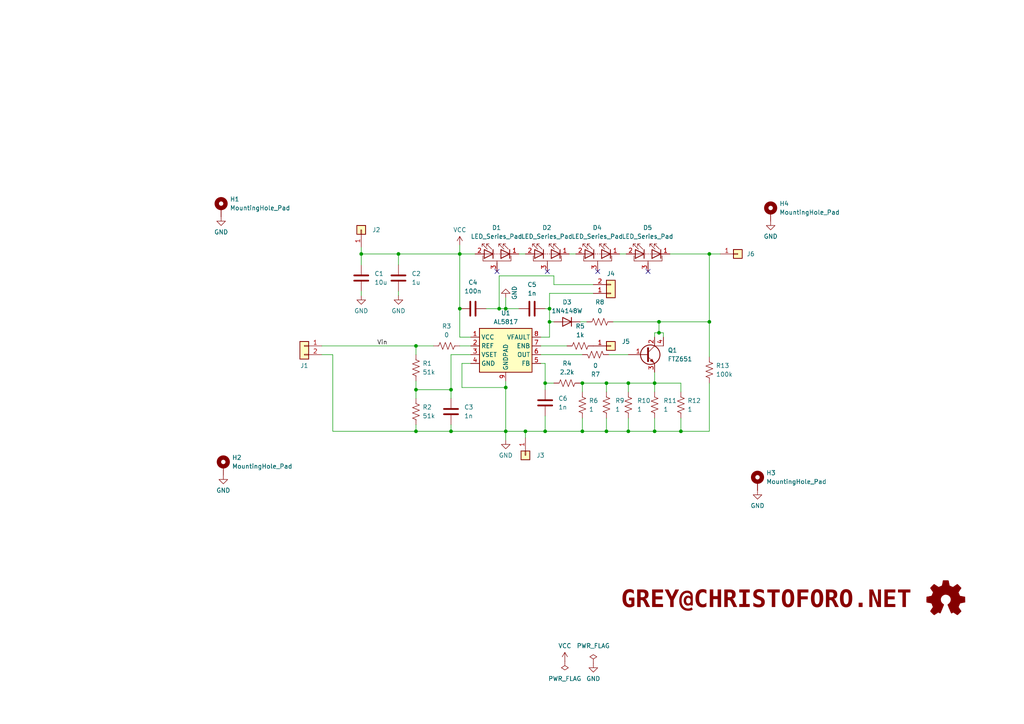
<source format=kicad_sch>
(kicad_sch (version 20230121) (generator eeschema)
  (paper "A4")
  (lib_symbols
    (symbol "Connector_Generic:Conn_01x01" (pin_names (offset 1.016) hide)
      (property "Reference" "J" (at 0 2.54 0))
      (property "Value" "Conn_01x01" (at 0 -2.54 0))
      (symbol "Conn_01x01_1_1"
        (rectangle (start -1.27 0.127) (end 0 -0.127) (stroke (width 0.1524)))
        (rectangle (start -1.27 1.27) (end 1.27 -1.27) (stroke (width 0.254)) (fill (type background)))
        (pin passive line (at -5.08 0 0) (length 3.81) (name "Pin_1") (number "1"))
      )
    )
    (symbol "Connector_Generic:Conn_01x02" (pin_names (offset 1.016) hide)
      (property "Reference" "J" (at 0 2.54 0))
      (property "Value" "Conn_01x02" (at 0 -5.08 0))
      (symbol "Conn_01x02_1_1"
        (rectangle (start -1.27 -2.413) (end 0 -2.667) (stroke (width 0.1524)))
        (rectangle (start -1.27 0.127) (end 0 -0.127) (stroke (width 0.1524)))
        (rectangle (start -1.27 1.27) (end 1.27 -3.81) (stroke (width 0.254)) (fill (type background)))
        (pin passive line (at -5.08 0 0) (length 3.81) (name "Pin_1") (number "1"))
        (pin passive line (at -5.08 -2.54 0) (length 3.81) (name "Pin_2") (number "2"))
      )
    )
    (symbol "Device:C" (pin_numbers hide) (pin_names (offset 0.254))
      (property "Reference" "C" (at 0.635 2.54 0))
      (property "Value" "C" (at 0.635 -2.54 0))
      (symbol "C_0_1"
        (polyline (pts (xy -2.032 -0.762) (xy 2.032 -0.762)) (stroke (width 0.508)))
        (polyline (pts (xy -2.032 0.762) (xy 2.032 0.762)) (stroke (width 0.508)))
      )
      (symbol "C_1_1"
        (pin passive line (at 0 3.81 270) (length 2.794) (name "~") (number "1"))
        (pin passive line (at 0 -3.81 90) (length 2.794) (name "~") (number "2"))
      )
    )
    (symbol "Device:LED_Series_Pad" (pin_names (offset 1.016) hide)
      (property "Reference" "D" (at 0 5.715 0))
      (property "Value" "LED_Series_Pad" (at 0 3.81 0))
      (symbol "LED_Series_Pad_0_1"
        (polyline (pts (xy -3.81 0) (xy -1.016 0)))
        (polyline (pts (xy -3.683 -1.27) (xy -3.683 1.27)) (stroke (width 0.254)))
        (polyline (pts (xy -0.508 0) (xy -0.762 0)))
        (polyline (pts (xy 0 -2.54) (xy 0 -2.032)))
        (polyline (pts (xy 0.127 0) (xy -0.127 0)))
        (polyline (pts (xy 0.508 0) (xy 0.762 0)))
        (polyline (pts (xy 1.016 0) (xy 3.81 0)))
        (polyline (pts (xy 1.143 -1.27) (xy 1.143 1.27)) (stroke (width 0.254)))
        (polyline (pts (xy -4.064 -0.508) (xy -4.064 -2.032) (xy 4.064 -2.032) (xy 4.064 -0.508)))
        (polyline (pts (xy -1.143 -1.27) (xy -1.143 1.27) (xy -3.683 0) (xy -1.143 -1.27)) (stroke (width 0.254)))
        (polyline (pts (xy 3.683 -1.27) (xy 3.683 1.27) (xy 1.143 0) (xy 3.683 -1.27)) (stroke (width 0.254)))
        (polyline (pts (xy -3.302 1.397) (xy -1.778 2.921) (xy -2.54 2.921) (xy -1.778 2.921) (xy -1.778 2.159)))
        (polyline (pts (xy -2.032 1.397) (xy -0.508 2.921) (xy -1.27 2.921) (xy -0.508 2.921) (xy -0.508 2.159)))
        (polyline (pts (xy 1.524 1.397) (xy 3.048 2.921) (xy 2.286 2.921) (xy 3.048 2.921) (xy 3.048 2.159)))
        (polyline (pts (xy 2.794 1.397) (xy 4.318 2.921) (xy 3.556 2.921) (xy 4.318 2.921) (xy 4.318 2.159)))
      )
      (symbol "LED_Series_Pad_1_1"
        (pin passive line (at -6.35 0 0) (length 2.54) (name "K") (number "1"))
        (pin passive line (at 6.35 0 180) (length 2.54) (name "A") (number "2"))
        (pin passive line (at 0 -5.08 90) (length 2.54) (name "PAD") (number "3"))
      )
    )
    (symbol "Device:Q_NPN_BCEC" (pin_names (offset 0) hide)
      (property "Reference" "Q" (at 5.08 1.27 0))
      (property "Value" "Q_NPN_BCEC" (at 5.08 -1.27 0))
      (symbol "Q_NPN_BCEC_0_1"
        (polyline (pts (xy 0.635 0.635) (xy 2.54 2.54)))
        (polyline (pts (xy 2.54 2.54) (xy 5.08 2.54)))
        (polyline (pts (xy 0.635 -0.635) (xy 2.54 -2.54) (xy 2.54 -2.54)))
        (polyline (pts (xy 0.635 1.905) (xy 0.635 -1.905) (xy 0.635 -1.905)) (stroke (width 0.508)))
        (polyline (pts (xy 1.27 -1.778) (xy 1.778 -1.27) (xy 2.286 -2.286) (xy 1.27 -1.778) (xy 1.27 -1.778)) (fill (type outline)))
        (circle (center 1.27 0) (radius 2.8194) (stroke (width 0.254)))
      )
      (symbol "Q_NPN_BCEC_1_1"
        (pin input line (at -5.08 0 0) (length 5.715) (name "B") (number "1"))
        (pin passive line (at 2.54 5.08 270) (length 2.54) (name "C") (number "2"))
        (pin passive line (at 2.54 -5.08 90) (length 2.54) (name "E") (number "3"))
        (pin passive line (at 5.08 5.08 270) (length 2.54) (name "C") (number "4"))
      )
    )
    (symbol "Device:R_US" (pin_numbers hide) (pin_names (offset 0))
      (property "Reference" "R" (at 2.54 0 90))
      (property "Value" "R_US" (at -2.54 0 90))
      (symbol "R_US_0_1"
        (polyline (pts (xy 0 -2.286) (xy 0 -2.54)))
        (polyline (pts (xy 0 2.286) (xy 0 2.54)))
        (polyline (pts (xy 0 -0.762) (xy 1.016 -1.143) (xy 0 -1.524) (xy -1.016 -1.905) (xy 0 -2.286)))
        (polyline (pts (xy 0 0.762) (xy 1.016 0.381) (xy 0 0) (xy -1.016 -0.381) (xy 0 -0.762)))
        (polyline (pts (xy 0 2.286) (xy 1.016 1.905) (xy 0 1.524) (xy -1.016 1.143) (xy 0 0.762)))
      )
      (symbol "R_US_1_1"
        (pin passive line (at 0 3.81 270) (length 1.27) (name "~") (number "1"))
        (pin passive line (at 0 -3.81 90) (length 1.27) (name "~") (number "2"))
      )
    )
    (symbol "Diode:1N4148W" (pin_numbers hide) (pin_names hide)
      (property "Reference" "D" (at 0 2.54 0))
      (property "Value" "1N4148W" (at 0 -2.54 0))
      (symbol "1N4148W_0_1"
        (polyline (pts (xy -1.27 1.27) (xy -1.27 -1.27)) (stroke (width 0.254)))
        (polyline (pts (xy 1.27 0) (xy -1.27 0)))
        (polyline (pts (xy 1.27 1.27) (xy 1.27 -1.27) (xy -1.27 0) (xy 1.27 1.27)) (stroke (width 0.254)))
      )
      (symbol "1N4148W_1_1"
        (pin passive line (at -3.81 0 0) (length 2.54) (name "K") (number "1"))
        (pin passive line (at 3.81 0 180) (length 2.54) (name "A") (number "2"))
      )
    )
    (symbol "Graphic:Logo_Open_Hardware_Small" (in_bom no) (on_board no)
      (symbol "Logo_Open_Hardware_Small_0_1"
        (polyline (pts (xy 3.3528 -4.3434) (xy 3.302 -4.318) (xy 3.175 -4.2418) (xy 2.9972 -4.1148) (xy 2.7686 -3.9624) (xy 2.54 -3.81) (xy 2.3622 -3.7084) (xy 2.2352 -3.6068) (xy 2.1844 -3.5814) (xy 2.159 -3.6068) (xy 2.0574 -3.6576) (xy 1.905 -3.7338) (xy 1.8034 -3.7846) (xy 1.6764 -3.8354) (xy 1.6002 -3.8354) (xy 1.6002 -3.8354) (xy 1.5494 -3.7338) (xy 1.4732 -3.5306) (xy 1.3462 -3.302) (xy 1.2446 -3.0226) (xy 1.1176 -2.7178) (xy 0.9652 -2.413) (xy 0.8636 -2.1082) (xy 0.7366 -1.8288) (xy 0.6604 -1.6256) (xy 0.6096 -1.4732) (xy 0.5842 -1.397) (xy 0.5842 -1.397) (xy 0.6604 -1.3208) (xy 0.7874 -1.2446) (xy 1.0414 -1.016) (xy 1.2954 -0.6858) (xy 1.4478 -0.3302) (xy 1.524 0.0762) (xy 1.4732 0.4572) (xy 1.3208 0.8128) (xy 1.0668 1.143) (xy 0.762 1.3716) (xy 0.4064 1.524) (xy 0 1.5748) (xy -0.381 1.5494) (xy -0.7366 1.397) (xy -1.0668 1.143) (xy -1.2192 0.9906) (xy -1.397 0.6604) (xy -1.524 0.3048) (xy -1.524 0.2286) (xy -1.4986 -0.1778) (xy -1.397 -0.5334) (xy -1.1938 -0.8636) (xy -0.9144 -1.143) (xy -0.8636 -1.1684) (xy -0.7366 -1.27) (xy -0.635 -1.3462) (xy -0.5842 -1.397) (xy -1.0668 -2.5908) (xy -1.143 -2.794) (xy -1.2954 -3.1242) (xy -1.397 -3.4036) (xy -1.4986 -3.6322) (xy -1.5748 -3.7846) (xy -1.6002 -3.8354) (xy -1.6002 -3.8354) (xy -1.651 -3.8354) (xy -1.7272 -3.81) (xy -1.905 -3.7338) (xy -2.0066 -3.683) (xy -2.1336 -3.6068) (xy -2.2098 -3.5814) (xy -2.2606 -3.6068) (xy -2.3622 -3.683) (xy -2.54 -3.81) (xy -2.7686 -3.9624) (xy -2.9718 -4.0894) (xy -3.1496 -4.2164) (xy -3.302 -4.318) (xy -3.3528 -4.3434) (xy -3.3782 -4.3434) (xy -3.429 -4.318) (xy -3.5306 -4.2164) (xy -3.7084 -4.064) (xy -3.937 -3.8354) (xy -3.9624 -3.81) (xy -4.1656 -3.6068) (xy -4.318 -3.4544) (xy -4.4196 -3.3274) (xy -4.445 -3.2766) (xy -4.445 -3.2766) (xy -4.4196 -3.2258) (xy -4.318 -3.0734) (xy -4.2164 -2.8956) (xy -4.064 -2.667) (xy -3.6576 -2.0828) (xy -3.8862 -1.5494) (xy -3.937 -1.3716) (xy -4.0386 -1.1684) (xy -4.0894 -1.0414) (xy -4.1148 -0.9652) (xy -4.191 -0.9398) (xy -4.318 -0.9144) (xy -4.5466 -0.8636) (xy -4.8006 -0.8128) (xy -5.0546 -0.7874) (xy -5.2578 -0.7366) (xy -5.4356 -0.7112) (xy -5.5118 -0.6858) (xy -5.5118 -0.6858) (xy -5.5372 -0.635) (xy -5.5372 -0.5588) (xy -5.5372 -0.4318) (xy -5.5626 -0.2286) (xy -5.5626 0.0762) (xy -5.5626 0.127) (xy -5.5372 0.4064) (xy -5.5372 0.635) (xy -5.5372 0.762) (xy -5.5372 0.8382) (xy -5.5372 0.8382) (xy -5.461 0.8382) (xy -5.3086 0.889) (xy -5.08 0.9144) (xy -4.826 0.9652) (xy -4.8006 0.9906) (xy -4.5466 1.0414) (xy -4.318 1.0668) (xy -4.1656 1.1176) (xy -4.0894 1.143) (xy -4.0894 1.143) (xy -4.0386 1.2446) (xy -3.9624 1.4224) (xy -3.8608 1.6256) (xy -3.7846 1.8288) (xy -3.7084 2.0066) (xy -3.6576 2.159) (xy -3.6322 2.2098) (xy -3.6322 2.2098) (xy -3.683 2.286) (xy -3.7592 2.413) (xy -3.8862 2.5908) (xy -4.064 2.8194) (xy -4.064 2.8448) (xy -4.2164 3.0734) (xy -4.3434 3.2512) (xy -4.4196 3.3782) (xy -4.445 3.4544) (xy -4.445 3.4544) (xy -4.3942 3.5052) (xy -4.2926 3.6322) (xy -4.1148 3.81) (xy -3.937 4.0132) (xy -3.8608 4.064) (xy -3.6576 4.2926) (xy -3.5052 4.4196) (xy -3.4036 4.4958) (xy -3.3528 4.5212) (xy -3.3528 4.5212) (xy -3.302 4.4704) (xy -3.1496 4.3688) (xy -2.9718 4.2418) (xy -2.7432 4.0894) (xy -2.7178 4.0894) (xy -2.4892 3.937) (xy -2.3114 3.81) (xy -2.1844 3.7084) (xy -2.1336 3.683) (xy -2.1082 3.683) (xy -2.032 3.7084) (xy -1.8542 3.7592) (xy -1.6764 3.8354) (xy -1.4732 3.937) (xy -1.27 4.0132) (xy -1.143 4.064) (xy -1.0668 4.1148) (xy -1.0668 4.1148) (xy -1.0414 4.191) (xy -1.016 4.3434) (xy -0.9652 4.572) (xy -0.9144 4.8514) (xy -0.889 4.9022) (xy -0.8382 5.1562) (xy -0.8128 5.3848) (xy -0.7874 5.5372) (xy -0.762 5.588) (xy -0.7112 5.6134) (xy -0.5842 5.6134) (xy -0.4064 5.6134) (xy -0.1524 5.6134) (xy 0.0762 5.6134) (xy 0.3302 5.6134) (xy 0.5334 5.6134) (xy 0.6858 5.588) (xy 0.7366 5.588) (xy 0.7366 5.588) (xy 0.762 5.5118) (xy 0.8128 5.334) (xy 0.8382 5.1054) (xy 0.9144 4.826) (xy 0.9144 4.7752) (xy 0.9652 4.5212) (xy 1.016 4.2926) (xy 1.0414 4.1402) (xy 1.0668 4.0894) (xy 1.0668 4.0894) (xy 1.1938 4.0386) (xy 1.3716 3.9624) (xy 1.5748 3.8608) (xy 2.0828 3.6576) (xy 2.7178 4.0894) (xy 2.7686 4.1402) (xy 2.9972 4.2926) (xy 3.175 4.4196) (xy 3.302 4.4958) (xy 3.3782 4.5212) (xy 3.3782 4.5212) (xy 3.429 4.4704) (xy 3.556 4.3434) (xy 3.7338 4.191) (xy 3.9116 3.9878) (xy 4.064 3.8354) (xy 4.2418 3.6576) (xy 4.3434 3.556) (xy 4.4196 3.4798) (xy 4.4196 3.429) (xy 4.4196 3.4036) (xy 4.3942 3.3274) (xy 4.2926 3.2004) (xy 4.1656 2.9972) (xy 4.0132 2.794) (xy 3.8862 2.5908) (xy 3.7592 2.3876) (xy 3.6576 2.2352) (xy 3.6322 2.159) (xy 3.6322 2.1336) (xy 3.683 2.0066) (xy 3.7592 1.8288) (xy 3.8608 1.6002) (xy 4.064 1.1176) (xy 4.3942 1.0414) (xy 4.5974 1.016) (xy 4.8768 0.9652) (xy 5.1308 0.9144) (xy 5.5372 0.8382) (xy 5.5626 -0.6604) (xy 5.4864 -0.6858) (xy 5.4356 -0.6858) (xy 5.2832 -0.7366) (xy 5.0546 -0.762) (xy 4.8006 -0.8128) (xy 4.5974 -0.8636) (xy 4.3688 -0.9144) (xy 4.2164 -0.9398) (xy 4.1402 -0.9398) (xy 4.1148 -0.9652) (xy 4.064 -1.0668) (xy 3.9878 -1.2446) (xy 3.9116 -1.4478) (xy 3.81 -1.651) (xy 3.7338 -1.8542) (xy 3.683 -2.0066) (xy 3.6576 -2.0828) (xy 3.683 -2.1336) (xy 3.7846 -2.2606) (xy 3.8862 -2.4638) (xy 4.0386 -2.667) (xy 4.191 -2.8956) (xy 4.318 -3.0734) (xy 4.3942 -3.2004) (xy 4.445 -3.2766) (xy 4.4196 -3.3274) (xy 4.3434 -3.429) (xy 4.1656 -3.5814) (xy 3.937 -3.8354) (xy 3.8862 -3.8608) (xy 3.683 -4.064) (xy 3.5306 -4.2164) (xy 3.4036 -4.318) (xy 3.3528 -4.3434)) (fill (type outline)))
      )
    )
    (symbol "Mechanical:MountingHole_Pad" (pin_numbers hide) (pin_names (offset 1.016) hide)
      (property "Reference" "H" (at 0 6.35 0))
      (property "Value" "MountingHole_Pad" (at 0 4.445 0))
      (symbol "MountingHole_Pad_0_1"
        (circle (center 0 1.27) (radius 1.27) (stroke (width 1.27)))
      )
      (symbol "MountingHole_Pad_1_1"
        (pin input line (at 0 -2.54 90) (length 2.54) (name "1") (number "1"))
      )
    )
    (symbol "my_symbols:AL5817"
      (property "Reference" "U" (at -7.62 7.62 0))
      (property "Value" "AL5817" (at 0 7.62 0))
      (symbol "AL5817_0_1"
        (rectangle (start -7.62 6.35) (end 7.62 -6.35) (stroke (width 0.254)) (fill (type background)))
      )
      (symbol "AL5817_1_1"
        (pin power_in line (at -10.16 3.81 0) (length 2.54) (name "VCC") (number "1"))
        (pin output line (at -10.16 1.27 0) (length 2.54) (name "REF") (number "2"))
        (pin input line (at -10.16 -1.27 0) (length 2.54) (name "VSET") (number "3"))
        (pin power_in line (at -10.16 -3.81 0) (length 2.54) (name "GND") (number "4"))
        (pin output line (at 10.16 -3.81 180) (length 2.54) (name "FB") (number "5"))
        (pin output line (at 10.16 -1.27 180) (length 2.54) (name "OUT") (number "6"))
        (pin input line (at 10.16 1.27 180) (length 2.54) (name "ENB") (number "7"))
        (pin input line (at 10.16 3.81 180) (length 2.54) (name "VFAULT") (number "8"))
        (pin power_in line (at 0 -8.89 90) (length 2.54) (name "GNDPAD") (number "9"))
      )
    )
    (symbol "my_symbols:logo" (in_bom no)
      (symbol "logo_1_1"
        (text "GREY@CHRISTOFORO.NET" (at 0 0 0) (effects (font (size 5 5) bold)))
      )
    )
    (symbol "power:GND" (power) (pin_names (offset 0))
      (property "Value" "GND" (at 0 -3.81 0))
      (symbol "GND_0_1"
        (polyline (pts (xy 0 0) (xy 0 -1.27) (xy 1.27 -1.27) (xy 0 -2.54) (xy -1.27 -1.27) (xy 0 -1.27)))
      )
      (symbol "GND_1_1"
        (pin power_in line (at 0 0 270) (length 0) hide (name "GND") (number "1"))
      )
    )
    (symbol "power:PWR_FLAG" (power) (pin_numbers hide) (pin_names (offset 0) hide)
      (property "Value" "PWR_FLAG" (at 0 3.81 0))
      (symbol "PWR_FLAG_0_0"
        (pin power_out line (at 0 0 90) (length 0) (name "pwr") (number "1"))
      )
      (symbol "PWR_FLAG_0_1"
        (polyline (pts (xy 0 0) (xy 0 1.27) (xy -1.016 1.905) (xy 0 2.54) (xy 1.016 1.905) (xy 0 1.27)))
      )
    )
    (symbol "power:VCC" (power) (pin_names (offset 0))
      (property "Value" "VCC" (at 0 3.81 0))
      (symbol "VCC_0_1"
        (polyline (pts (xy -0.762 1.27) (xy 0 2.54)))
        (polyline (pts (xy 0 0) (xy 0 2.54)))
        (polyline (pts (xy 0 2.54) (xy 0.762 1.27)))
      )
      (symbol "VCC_1_1"
        (pin power_in line (at 0 0 90) (length 0) hide (name "VCC") (number "1"))
      )
    )
  )
  (junction (at 189.865 111.125))
  (junction (at 133.35 73.66))
  (junction (at 168.91 125.095))
  (junction (at 159.385 89.535))
  (junction (at 175.895 111.125))
  (junction (at 205.74 93.345))
  (junction (at 182.245 111.125))
  (junction (at 146.685 89.535))
  (junction (at 197.485 125.095))
  (junction (at 189.865 125.095))
  (junction (at 158.115 125.095))
  (junction (at 146.685 112.395))
  (junction (at 120.65 100.33))
  (junction (at 115.57 73.66))
  (junction (at 191.135 96.52))
  (junction (at 182.245 125.095))
  (junction (at 144.78 89.535))
  (junction (at 191.135 93.345))
  (junction (at 130.81 125.095))
  (junction (at 120.65 125.095))
  (junction (at 152.4 125.095))
  (junction (at 168.91 111.125))
  (junction (at 120.65 113.03))
  (junction (at 205.74 73.66))
  (junction (at 130.81 113.03))
  (junction (at 175.895 125.095))
  (junction (at 104.775 73.66))
  (junction (at 146.685 125.095))
  (junction (at 159.385 93.345))
  (junction (at 158.115 111.125))
  (junction (at 133.35 89.535))
  (no_connect (at 158.75 78.74))
  (no_connect (at 173.355 78.74))
  (no_connect (at 144.145 78.74))
  (no_connect (at 187.96 78.74))
  (wire (pts (xy 170.18 93.345) (xy 168.275 93.345)))
  (wire (pts (xy 130.81 123.19) (xy 130.81 125.095)))
  (wire (pts (xy 133.35 97.79) (xy 136.525 97.79)))
  (wire (pts (xy 136.525 105.41) (xy 133.985 105.41)))
  (wire (pts (xy 115.57 84.455) (xy 115.57 85.725)))
  (wire (pts (xy 144.78 80.01) (xy 144.78 89.535)))
  (wire (pts (xy 182.245 121.285) (xy 182.245 125.095)))
  (wire (pts (xy 158.115 125.095) (xy 152.4 125.095)))
  (wire (pts (xy 160.655 82.55) (xy 160.655 80.01)))
  (wire (pts (xy 133.35 89.535) (xy 133.35 97.79)))
  (wire (pts (xy 172.085 82.55) (xy 160.655 82.55)))
  (wire (pts (xy 159.385 85.09) (xy 172.085 85.09)))
  (wire (pts (xy 130.81 113.03) (xy 120.65 113.03)))
  (wire (pts (xy 160.655 80.01) (xy 144.78 80.01)))
  (wire (pts (xy 133.35 100.33) (xy 136.525 100.33)))
  (wire (pts (xy 189.865 125.095) (xy 197.485 125.095)))
  (wire (pts (xy 189.865 96.52) (xy 189.865 97.79)))
  (wire (pts (xy 130.81 125.095) (xy 146.685 125.095)))
  (wire (pts (xy 133.35 73.66) (xy 133.35 89.535)))
  (wire (pts (xy 96.52 102.87) (xy 93.345 102.87)))
  (wire (pts (xy 158.115 105.41) (xy 156.845 105.41)))
  (wire (pts (xy 115.57 73.66) (xy 115.57 76.835)))
  (wire (pts (xy 175.895 111.125) (xy 182.245 111.125)))
  (wire (pts (xy 197.485 113.665) (xy 197.485 111.125)))
  (wire (pts (xy 150.495 73.66) (xy 152.4 73.66)))
  (wire (pts (xy 182.245 111.125) (xy 189.865 111.125)))
  (wire (pts (xy 205.74 111.125) (xy 205.74 125.095)))
  (wire (pts (xy 159.385 93.345) (xy 159.385 97.79)))
  (wire (pts (xy 104.775 73.66) (xy 115.57 73.66)))
  (wire (pts (xy 189.865 111.125) (xy 189.865 113.665)))
  (wire (pts (xy 205.74 73.66) (xy 208.915 73.66)))
  (wire (pts (xy 168.91 111.125) (xy 168.91 113.665)))
  (wire (pts (xy 104.775 84.455) (xy 104.775 85.725)))
  (wire (pts (xy 146.685 112.395) (xy 146.685 125.095)))
  (wire (pts (xy 191.135 96.52) (xy 189.865 96.52)))
  (wire (pts (xy 152.4 127) (xy 152.4 125.095)))
  (wire (pts (xy 189.865 121.285) (xy 189.865 125.095)))
  (wire (pts (xy 175.895 121.285) (xy 175.895 125.095)))
  (wire (pts (xy 140.97 89.535) (xy 144.78 89.535)))
  (wire (pts (xy 158.115 111.125) (xy 158.115 105.41)))
  (wire (pts (xy 120.65 125.095) (xy 130.81 125.095)))
  (wire (pts (xy 165.1 73.66) (xy 167.005 73.66)))
  (wire (pts (xy 133.985 112.395) (xy 146.685 112.395)))
  (wire (pts (xy 133.985 105.41) (xy 133.985 112.395)))
  (wire (pts (xy 120.65 125.095) (xy 120.65 123.19)))
  (wire (pts (xy 96.52 125.095) (xy 120.65 125.095)))
  (wire (pts (xy 175.895 111.125) (xy 175.895 113.665)))
  (wire (pts (xy 93.345 100.33) (xy 120.65 100.33)))
  (wire (pts (xy 152.4 125.095) (xy 146.685 125.095)))
  (wire (pts (xy 156.845 102.87) (xy 168.91 102.87)))
  (wire (pts (xy 205.74 93.345) (xy 205.74 103.505)))
  (wire (pts (xy 189.865 107.95) (xy 189.865 111.125)))
  (wire (pts (xy 115.57 73.66) (xy 133.35 73.66)))
  (wire (pts (xy 191.135 96.52) (xy 192.405 96.52)))
  (wire (pts (xy 130.81 113.03) (xy 130.81 115.57)))
  (wire (pts (xy 177.8 93.345) (xy 191.135 93.345)))
  (wire (pts (xy 158.115 111.125) (xy 158.115 113.03)))
  (wire (pts (xy 168.91 111.125) (xy 175.895 111.125)))
  (wire (pts (xy 146.685 86.36) (xy 146.685 89.535)))
  (wire (pts (xy 133.35 71.12) (xy 133.35 73.66)))
  (wire (pts (xy 96.52 102.87) (xy 96.52 125.095)))
  (wire (pts (xy 191.135 93.345) (xy 191.135 96.52)))
  (wire (pts (xy 197.485 121.285) (xy 197.485 125.095)))
  (wire (pts (xy 146.685 110.49) (xy 146.685 112.395)))
  (wire (pts (xy 137.795 73.66) (xy 133.35 73.66)))
  (wire (pts (xy 205.74 73.66) (xy 205.74 93.345)))
  (wire (pts (xy 130.81 102.87) (xy 130.81 113.03)))
  (wire (pts (xy 191.135 93.345) (xy 205.74 93.345)))
  (wire (pts (xy 159.385 89.535) (xy 158.115 89.535)))
  (wire (pts (xy 120.65 113.03) (xy 120.65 115.57)))
  (wire (pts (xy 175.895 125.095) (xy 182.245 125.095)))
  (wire (pts (xy 194.31 73.66) (xy 205.74 73.66)))
  (wire (pts (xy 168.275 111.125) (xy 168.91 111.125)))
  (wire (pts (xy 146.685 125.095) (xy 146.685 127.635)))
  (wire (pts (xy 182.245 111.125) (xy 182.245 113.665)))
  (wire (pts (xy 159.385 97.79) (xy 156.845 97.79)))
  (wire (pts (xy 120.65 100.33) (xy 120.65 102.87)))
  (wire (pts (xy 192.405 97.79) (xy 192.405 96.52)))
  (wire (pts (xy 156.845 100.33) (xy 164.465 100.33)))
  (wire (pts (xy 168.91 125.095) (xy 175.895 125.095)))
  (wire (pts (xy 120.65 100.33) (xy 125.73 100.33)))
  (wire (pts (xy 136.525 102.87) (xy 130.81 102.87)))
  (wire (pts (xy 189.865 111.125) (xy 197.485 111.125)))
  (wire (pts (xy 104.775 76.835) (xy 104.775 73.66)))
  (wire (pts (xy 159.385 93.345) (xy 159.385 89.535)))
  (wire (pts (xy 158.115 120.65) (xy 158.115 125.095)))
  (wire (pts (xy 168.91 121.285) (xy 168.91 125.095)))
  (wire (pts (xy 176.53 102.87) (xy 182.245 102.87)))
  (wire (pts (xy 159.385 89.535) (xy 159.385 85.09)))
  (wire (pts (xy 158.115 125.095) (xy 168.91 125.095)))
  (wire (pts (xy 104.775 71.755) (xy 104.775 73.66)))
  (wire (pts (xy 144.78 89.535) (xy 146.685 89.535)))
  (wire (pts (xy 158.115 111.125) (xy 160.655 111.125)))
  (wire (pts (xy 182.245 125.095) (xy 189.865 125.095)))
  (wire (pts (xy 179.705 73.66) (xy 181.61 73.66)))
  (wire (pts (xy 146.685 89.535) (xy 150.495 89.535)))
  (wire (pts (xy 197.485 125.095) (xy 205.74 125.095)))
  (wire (pts (xy 160.655 93.345) (xy 159.385 93.345)))
  (wire (pts (xy 120.65 113.03) (xy 120.65 110.49)))
  (label "Vin" (at 112.395 100.33 180))
  (symbol (lib_id "Device:R_US") (at 164.465 111.125 90) (unit 1)
    (property "Reference" "R4" (at 164.465 105.41 90))
    (property "Value" "2.2k" (at 164.465 107.95 90))
    (property "Footprint" "Resistor_SMD:R_0805_2012Metric" (effects hide))
  )
  (symbol (lib_id "my_symbols:logo") (at 222.25 173.99 0) (unit 1) (in_bom no)
    (property "Reference" "SYM1" (effects hide))
    (property "Footprint" "custom_footprints:logo" (effects hide))
    (property "Sim.Enable" "0" (effects hide))
  )
  (symbol (lib_id "Connector_Generic:Conn_01x02") (at 88.265 100.33 0) (mirror y) (unit 1)
    (property "Reference" "J1" (at 88.265 106.045 0))
    (property "Value" "Conn_01x02" (effects hide))
    (property "Footprint" "Connector_Coaxial:BNC_TEConnectivity_1478204_Vertical" (effects hide))
  )
  (symbol (lib_id "Device:R_US") (at 168.275 100.33 90) (unit 1)
    (property "Reference" "R5" (at 168.275 94.615 90))
    (property "Value" "1k" (at 168.275 97.155 90))
    (property "Footprint" "Resistor_SMD:R_0805_2012Metric" (effects hide))
  )
  (symbol (lib_id "power:GND") (at 146.685 127.635 0) (unit 1)
    (property "Reference" "#PWR05" (effects hide))
    (property "Value" "GND" (at 146.685 132.08 0))
  )
  (symbol (lib_id "Device:LED_Series_Pad") (at 144.145 73.66 0) (mirror y) (unit 1)
    (property "Reference" "D1" (at 144.018 66.04 0))
    (property "Value" "LED_Series_Pad" (at 144.018 68.58 0))
    (property "Footprint" "custom_footprints:LED_Osram_GH_FR4" (effects hide))
  )
  (symbol (lib_id "Connector_Generic:Conn_01x01") (at 177.165 100.33 0) (unit 1)
    (property "Reference" "J5" (at 180.34 99.06 0) (effects (justify left)))
    (property "Value" "Conn_01x01" (effects hide))
    (property "Footprint" "TestPoint:TestPoint_Keystone_5010-5014_Multipurpose" (effects hide))
  )
  (symbol (lib_id "Diode:1N4148W") (at 164.465 93.345 180) (unit 1)
    (property "Reference" "D3" (at 164.465 87.63 0))
    (property "Value" "1N4148W" (at 164.465 90.17 0))
    (property "Footprint" "Diode_SMD:D_SOD-123" (effects hide))
    (property "Datasheet" "https://www.vishay.com/docs/85748/1n4148w.pdf" (effects hide))
    (property "Sim.Device" "D" (effects hide))
    (property "Sim.Pins" "1=K 2=A" (effects hide))
  )
  (symbol (lib_id "Device:R_US") (at 175.895 117.475 0) (unit 1)
    (property "Reference" "R9" (at 178.435 116.205 0) (effects (justify left)))
    (property "Value" "1" (at 178.435 118.745 0) (effects (justify left)))
    (property "Footprint" "Resistor_SMD:R_1206_3216Metric" (effects hide))
  )
  (symbol (lib_id "Device:LED_Series_Pad") (at 158.75 73.66 0) (mirror y) (unit 1)
    (property "Reference" "D2" (at 158.623 66.04 0))
    (property "Value" "LED_Series_Pad" (at 158.623 68.58 0))
    (property "Footprint" "custom_footprints:LED_Osram_GH_FR4" (effects hide))
  )
  (symbol (lib_id "Device:R_US") (at 129.54 100.33 90) (unit 1)
    (property "Reference" "R3" (at 129.54 94.615 90))
    (property "Value" "0" (at 129.54 97.155 90))
    (property "Footprint" "Resistor_SMD:R_0805_2012Metric" (effects hide))
  )
  (symbol (lib_id "power:PWR_FLAG") (at 172.085 192.405 0) (unit 1)
    (property "Reference" "#FLG02" (effects hide))
    (property "Value" "PWR_FLAG" (at 172.085 187.325 0))
  )
  (symbol (lib_id "power:GND") (at 172.085 192.405 0) (unit 1)
    (property "Reference" "#PWR07" (effects hide))
    (property "Value" "GND" (at 172.085 196.85 0))
  )
  (symbol (lib_id "Mechanical:MountingHole_Pad") (at 64.77 135.255 0) (unit 1)
    (property "Reference" "H2" (at 67.31 132.715 0) (effects (justify left)))
    (property "Value" "MountingHole_Pad" (at 67.31 135.255 0) (effects (justify left)))
    (property "Footprint" "MountingHole:MountingHole_4.3mm_M4_ISO7380_Pad" (effects hide))
  )
  (symbol (lib_id "Device:R_US") (at 205.74 107.315 0) (unit 1)
    (property "Reference" "R13" (at 207.645 106.045 0) (effects (justify left)))
    (property "Value" "100k" (at 207.645 108.585 0) (effects (justify left)))
    (property "Footprint" "Resistor_SMD:R_0805_2012Metric" (effects hide))
  )
  (symbol (lib_id "Device:R_US") (at 173.99 93.345 90) (unit 1)
    (property "Reference" "R8" (at 173.99 87.63 90))
    (property "Value" "0" (at 173.99 90.17 90))
    (property "Footprint" "Resistor_SMD:R_0805_2012Metric" (effects hide))
  )
  (symbol (lib_id "power:VCC") (at 163.83 191.77 0) (unit 1)
    (property "Reference" "#PWR06" (effects hide))
    (property "Value" "VCC" (at 163.83 187.325 0))
  )
  (symbol (lib_id "power:VCC") (at 133.35 71.12 0) (unit 1)
    (property "Reference" "#PWR03" (effects hide))
    (property "Value" "VCC" (at 133.35 66.675 0))
  )
  (symbol (lib_id "power:GND") (at 64.77 137.795 0) (unit 1)
    (property "Reference" "#PWR08" (effects hide))
    (property "Value" "GND" (at 64.77 142.24 0))
  )
  (symbol (lib_id "Device:C") (at 104.775 80.645 0) (unit 1)
    (property "Reference" "C1" (at 108.585 79.375 0) (effects (justify left)))
    (property "Value" "10u" (at 108.585 81.915 0) (effects (justify left)))
    (property "Footprint" "Capacitor_SMD:C_1210_3225Metric" (effects hide))
  )
  (symbol (lib_id "Mechanical:MountingHole_Pad") (at 64.135 60.325 0) (unit 1)
    (property "Reference" "H1" (at 66.675 57.785 0) (effects (justify left)))
    (property "Value" "MountingHole_Pad" (at 66.675 60.325 0) (effects (justify left)))
    (property "Footprint" "MountingHole:MountingHole_4.3mm_M4_ISO7380_Pad" (effects hide))
  )
  (symbol (lib_id "Device:C") (at 137.16 89.535 90) (unit 1)
    (property "Reference" "C4" (at 137.16 81.915 90))
    (property "Value" "100n" (at 137.16 84.455 90))
    (property "Footprint" "Capacitor_SMD:C_1206_3216Metric" (effects hide))
  )
  (symbol (lib_id "Graphic:Logo_Open_Hardware_Small") (at 274.32 173.99 0) (unit 1) (in_bom no)
    (property "Reference" "SYM2" (effects hide))
    (property "Value" "Logo_Open_Hardware_Small" (effects hide))
    (property "Footprint" "custom_footprints:logo" (effects hide))
    (property "Sim.Enable" "0" (effects hide))
  )
  (symbol (lib_id "power:PWR_FLAG") (at 163.83 191.77 180) (unit 1)
    (property "Reference" "#FLG01" (effects hide))
    (property "Value" "PWR_FLAG" (at 163.83 196.85 0))
  )
  (symbol (lib_id "Device:C") (at 154.305 89.535 90) (unit 1)
    (property "Reference" "C5" (at 154.305 82.55 90))
    (property "Value" "1n" (at 154.305 85.09 90))
    (property "Footprint" "Capacitor_SMD:C_0603_1608Metric" (effects hide))
  )
  (symbol (lib_id "Device:Q_NPN_BCEC") (at 187.325 102.87 0) (unit 1)
    (property "Reference" "Q1" (at 193.675 101.6 0) (effects (justify left)))
    (property "Value" "FTZ651" (at 193.675 104.14 0) (effects (justify left)))
    (property "Footprint" "Package_TO_SOT_SMD:SOT-223" (effects hide))
  )
  (symbol (lib_id "Device:C") (at 158.115 116.84 0) (unit 1)
    (property "Reference" "C6" (at 161.925 115.57 0) (effects (justify left)))
    (property "Value" "1n" (at 161.925 118.11 0) (effects (justify left)))
    (property "Footprint" "Capacitor_SMD:C_0603_1608Metric" (effects hide))
  )
  (symbol (lib_id "my_symbols:AL5817") (at 146.685 101.6 0) (unit 1)
    (property "Reference" "U1" (at 146.685 90.805 0))
    (property "Value" "AL5817" (at 146.685 93.345 0))
    (property "Footprint" "Package_SO:MSOP-8-1EP_3x3mm_P0.65mm_EP1.73x1.85mm_ThermalVias" (effects hide))
    (property "Datasheet" "https://www.diodes.com/assets/Datasheets/AL5817.pdf" (effects hide))
  )
  (symbol (lib_id "Device:R_US") (at 168.91 117.475 0) (unit 1)
    (property "Reference" "R6" (at 170.815 116.205 0) (effects (justify left)))
    (property "Value" "1" (at 170.815 118.745 0) (effects (justify left)))
    (property "Footprint" "Resistor_SMD:R_1206_3216Metric" (effects hide))
  )
  (symbol (lib_id "Device:R_US") (at 182.245 117.475 0) (unit 1)
    (property "Reference" "R10" (at 184.785 116.205 0) (effects (justify left)))
    (property "Value" "1" (at 184.785 118.745 0) (effects (justify left)))
    (property "Footprint" "Resistor_SMD:R_1206_3216Metric" (effects hide))
  )
  (symbol (lib_id "Mechanical:MountingHole_Pad") (at 223.52 61.595 0) (unit 1)
    (property "Reference" "H4" (at 226.06 59.055 0) (effects (justify left)))
    (property "Value" "MountingHole_Pad" (at 226.06 61.595 0) (effects (justify left)))
    (property "Footprint" "MountingHole:MountingHole_4.3mm_M4_ISO7380_Pad" (effects hide))
  )
  (symbol (lib_id "power:GND") (at 146.685 86.36 180) (unit 1)
    (property "Reference" "#PWR04" (effects hide))
    (property "Value" "GND" (at 149.225 86.995 90) (effects (justify right)))
  )
  (symbol (lib_id "Device:C") (at 115.57 80.645 0) (unit 1)
    (property "Reference" "C2" (at 119.38 79.375 0) (effects (justify left)))
    (property "Value" "1u" (at 119.38 81.915 0) (effects (justify left)))
    (property "Footprint" "Capacitor_SMD:C_1206_3216Metric" (effects hide))
  )
  (symbol (lib_id "Connector_Generic:Conn_01x01") (at 152.4 132.08 270) (unit 1)
    (property "Reference" "J3" (at 155.575 132.08 90) (effects (justify left)))
    (property "Value" "Conn_01x01" (effects hide))
    (property "Footprint" "custom_footprints:MountingHole_5.2mm_Pad" (effects hide))
  )
  (symbol (lib_id "Device:LED_Series_Pad") (at 173.355 73.66 0) (mirror y) (unit 1)
    (property "Reference" "D4" (at 173.228 66.04 0))
    (property "Value" "LED_Series_Pad" (at 173.228 68.58 0))
    (property "Footprint" "custom_footprints:LED_Osram_GH_FR4" (effects hide))
  )
  (symbol (lib_id "Device:R_US") (at 189.865 117.475 0) (unit 1)
    (property "Reference" "R11" (at 192.405 116.205 0) (effects (justify left)))
    (property "Value" "1" (at 192.405 118.745 0) (effects (justify left)))
    (property "Footprint" "Resistor_SMD:R_1206_3216Metric" (effects hide))
  )
  (symbol (lib_id "Device:C") (at 130.81 119.38 0) (unit 1)
    (property "Reference" "C3" (at 134.62 118.11 0) (effects (justify left)))
    (property "Value" "1n" (at 134.62 120.65 0) (effects (justify left)))
    (property "Footprint" "Capacitor_SMD:C_0603_1608Metric" (effects hide))
  )
  (symbol (lib_id "Device:R_US") (at 172.72 102.87 270) (mirror x) (unit 1)
    (property "Reference" "R7" (at 172.72 108.585 90))
    (property "Value" "0" (at 172.72 106.045 90))
    (property "Footprint" "Resistor_SMD:R_0805_2012Metric" (effects hide))
  )
  (symbol (lib_id "Connector_Generic:Conn_01x01") (at 213.995 73.66 0) (unit 1)
    (property "Reference" "J6" (at 216.535 73.66 0) (effects (justify left)))
    (property "Value" "Conn_01x01" (effects hide))
    (property "Footprint" "custom_footprints:MountingHole_5.2mm_Pad" (effects hide))
  )
  (symbol (lib_id "Device:R_US") (at 120.65 119.38 0) (unit 1)
    (property "Reference" "R2" (at 122.555 118.11 0) (effects (justify left)))
    (property "Value" "51k" (at 122.555 120.65 0) (effects (justify left)))
    (property "Footprint" "Resistor_SMD:R_0805_2012Metric" (effects hide))
  )
  (symbol (lib_id "Connector_Generic:Conn_01x01") (at 104.775 66.675 90) (unit 1)
    (property "Reference" "J2" (at 107.95 66.675 90) (effects (justify right)))
    (property "Value" "Conn_01x01" (effects hide))
    (property "Footprint" "custom_footprints:MountingHole_5.2mm_Pad" (effects hide))
  )
  (symbol (lib_id "power:GND") (at 115.57 85.725 0) (unit 1)
    (property "Reference" "#PWR02" (effects hide))
    (property "Value" "GND" (at 115.57 90.17 0))
  )
  (symbol (lib_id "power:GND") (at 223.52 64.135 0) (unit 1)
    (property "Reference" "#PWR010" (effects hide))
    (property "Value" "GND" (at 223.52 68.58 0))
  )
  (symbol (lib_id "power:GND") (at 219.71 142.24 0) (unit 1)
    (property "Reference" "#PWR011" (effects hide))
    (property "Value" "GND" (at 219.71 146.685 0))
  )
  (symbol (lib_id "Device:LED_Series_Pad") (at 187.96 73.66 0) (mirror y) (unit 1)
    (property "Reference" "D5" (at 187.833 66.04 0))
    (property "Value" "LED_Series_Pad" (at 187.833 68.58 0))
    (property "Footprint" "custom_footprints:LED_Osram_GH_FR4" (effects hide))
  )
  (symbol (lib_id "Mechanical:MountingHole_Pad") (at 219.71 139.7 0) (unit 1)
    (property "Reference" "H3" (at 222.25 137.16 0) (effects (justify left)))
    (property "Value" "MountingHole_Pad" (at 222.25 139.7 0) (effects (justify left)))
    (property "Footprint" "MountingHole:MountingHole_4.3mm_M4_ISO7380_Pad" (effects hide))
  )
  (symbol (lib_id "Device:R_US") (at 197.485 117.475 0) (unit 1)
    (property "Reference" "R12" (at 199.39 116.205 0) (effects (justify left)))
    (property "Value" "1" (at 199.39 118.745 0) (effects (justify left)))
    (property "Footprint" "Resistor_SMD:R_1206_3216Metric" (effects hide))
  )
  (symbol (lib_id "Device:R_US") (at 120.65 106.68 0) (unit 1)
    (property "Reference" "R1" (at 122.555 105.41 0) (effects (justify left)))
    (property "Value" "51k" (at 122.555 107.95 0) (effects (justify left)))
    (property "Footprint" "Resistor_SMD:R_0805_2012Metric" (effects hide))
  )
  (symbol (lib_id "Connector_Generic:Conn_01x02") (at 177.165 85.09 0) (mirror x) (unit 1)
    (property "Reference" "J4" (at 177.165 79.375 0))
    (property "Value" "Conn_01x02" (effects hide))
    (property "Footprint" "Connector_Coaxial:BNC_TEConnectivity_1478204_Vertical" (effects hide))
  )
  (symbol (lib_id "power:GND") (at 64.135 62.865 0) (unit 1)
    (property "Reference" "#PWR09" (effects hide))
    (property "Value" "GND" (at 64.135 67.31 0))
  )
  (symbol (lib_id "power:GND") (at 104.775 85.725 0) (unit 1)
    (property "Reference" "#PWR01" (effects hide))
    (property "Value" "GND" (at 104.775 90.17 0))
  )
)
</source>
